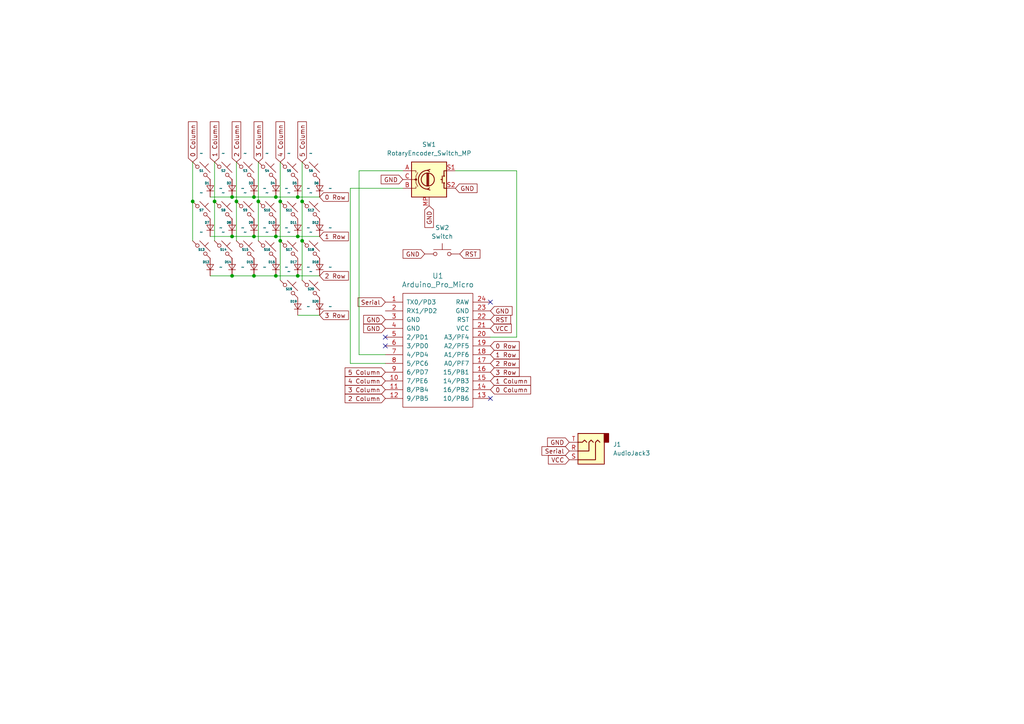
<source format=kicad_sch>
(kicad_sch (version 20250114) (generator "eeschema") (generator_version "9.0")
  (paper "A4")
  (lib_symbols
    (symbol "Connector_Audio:AudioJack3"
      (property "Reference" "J" (at 0 8.89 0))
      (property "Value" "AudioJack3" (at 0 6.35 0))
      (symbol "AudioJack3_0_1"
        (rectangle (start -5.08 -5.08) (end -6.35 -2.54) (stroke (width 0.254)) (fill (type outline)))
        (polyline (pts (xy -1.905 -2.54) (xy -1.27 -3.175) (xy -0.635 -2.54) (xy -0.635 0) (xy 2.54 0)) (stroke (width 0.254)))
        (polyline (pts (xy 0 -2.54) (xy 0.635 -3.175) (xy 1.27 -2.54) (xy 2.54 -2.54)) (stroke (width 0.254)))
        (rectangle (start 2.54 3.81) (end -5.08 -5.08) (stroke (width 0.254)) (fill (type background)))
        (polyline (pts (xy 2.54 2.54) (xy -2.54 2.54) (xy -2.54 -2.54) (xy -3.175 -3.175) (xy -3.81 -2.54)) (stroke (width 0.254)))
      )
      (symbol "AudioJack3_1_1"
        (pin passive line (at 5.08 2.54 180) (length 2.54) (name "~") (number "S"))
        (pin passive line (at 5.08 0 180) (length 2.54) (name "~") (number "R"))
        (pin passive line (at 5.08 -2.54 180) (length 2.54) (name "~") (number "T"))
      )
    )
    (symbol "Device:RotaryEncoder_Switch_MP" (pin_names (offset 0.254) (hide yes))
      (property "Reference" "SW" (at 0 8.89 0))
      (property "Value" "RotaryEncoder_Switch_MP" (at 0 6.35 0))
      (symbol "RotaryEncoder_Switch_MP_0_1"
        (rectangle (start -5.08 5.08) (end 5.08 -5.08) (stroke (width 0.254)) (fill (type background)))
        (polyline (pts (xy -5.08 2.54) (xy -3.81 2.54) (xy -3.81 2.032)))
        (polyline (pts (xy -5.08 0) (xy -3.81 0) (xy -3.81 -1.016) (xy -3.302 -2.032)))
        (polyline (pts (xy -5.08 -2.54) (xy -3.81 -2.54) (xy -3.81 -2.032)))
        (polyline (pts (xy -4.318 0) (xy -3.81 0) (xy -3.81 1.016) (xy -3.302 2.032)))
        (circle (center -3.81 0) (radius 0.254) (fill (type outline)))
        (polyline (pts (xy -0.635 -1.778) (xy -0.635 1.778)) (stroke (width 0.254)))
        (circle (center -0.381 0) (radius 1.905) (stroke (width 0.254)))
        (polyline (pts (xy -0.381 -1.778) (xy -0.381 1.778)) (stroke (width 0.254)))
        (arc (start -0.381 -2.794) (mid -3.0988 -0.0635) (end -0.381 2.667) (stroke (width 0.254)))
        (polyline (pts (xy -0.127 1.778) (xy -0.127 -1.778)) (stroke (width 0.254)))
        (polyline (pts (xy 0.254 2.921) (xy -0.508 2.667) (xy 0.127 2.286)) (stroke (width 0.254)))
        (polyline (pts (xy 0.254 -3.048) (xy -0.508 -2.794) (xy 0.127 -2.413)) (stroke (width 0.254)))
        (polyline (pts (xy 3.81 1.016) (xy 3.81 -1.016)) (stroke (width 0.254)))
        (polyline (pts (xy 3.81 0) (xy 3.429 0)) (stroke (width 0.254)))
        (circle (center 4.318 1.016) (radius 0.127) (stroke (width 0.254)))
        (circle (center 4.318 -1.016) (radius 0.127) (stroke (width 0.254)))
        (polyline (pts (xy 5.08 2.54) (xy 4.318 2.54) (xy 4.318 1.016)) (stroke (width 0.254)))
        (polyline (pts (xy 5.08 -2.54) (xy 4.318 -2.54) (xy 4.318 -1.016)) (stroke (width 0.254)))
      )
      (symbol "RotaryEncoder_Switch_MP_1_1"
        (pin passive line (at -7.62 2.54 0) (length 2.54) (name "A") (number "A"))
        (pin passive line (at -7.62 0 0) (length 2.54) (name "C") (number "C"))
        (pin passive line (at -7.62 -2.54 0) (length 2.54) (name "B") (number "B"))
        (pin passive line (at 0 -7.62 90) (length 2.54) (name "MP") (number "MP"))
        (pin passive line (at 7.62 2.54 180) (length 2.54) (name "S1") (number "S1"))
        (pin passive line (at 7.62 -2.54 180) (length 2.54) (name "S2") (number "S2"))
      )
    )
    (symbol "ScottoKeebs:MCU_Arduino_Pro_Micro" (pin_names (offset 1.016))
      (property "Reference" "U" (at 0 0 0))
      (property "Value" "Arduino_Pro_Micro" (at 0 -19.05 0))
      (symbol "MCU_Arduino_Pro_Micro_0_1"
        (rectangle (start -10.16 16.51) (end 10.16 -16.51))
      )
      (symbol "MCU_Arduino_Pro_Micro_1_1"
        (pin input line (at -15.24 13.97 0) (length 5.08) (name "TX0/PD3") (number "1"))
        (pin input line (at -15.24 11.43 0) (length 5.08) (name "RX1/PD2") (number "2"))
        (pin input line (at -15.24 8.89 0) (length 5.08) (name "GND") (number "3"))
        (pin input line (at -15.24 6.35 0) (length 5.08) (name "GND") (number "4"))
        (pin input line (at -15.24 3.81 0) (length 5.08) (name "2/PD1") (number "5"))
        (pin input line (at -15.24 1.27 0) (length 5.08) (name "3/PD0") (number "6"))
        (pin input line (at -15.24 -1.27 0) (length 5.08) (name "4/PD4") (number "7"))
        (pin input line (at -15.24 -3.81 0) (length 5.08) (name "5/PC6") (number "8"))
        (pin input line (at -15.24 -6.35 0) (length 5.08) (name "6/PD7") (number "9"))
        (pin input line (at -15.24 -8.89 0) (length 5.08) (name "7/PE6") (number "10"))
        (pin input line (at -15.24 -11.43 0) (length 5.08) (name "8/PB4") (number "11"))
        (pin input line (at -15.24 -13.97 0) (length 5.08) (name "9/PB5") (number "12"))
        (pin input line (at 15.24 13.97 180) (length 5.08) (name "RAW") (number "24"))
        (pin input line (at 15.24 11.43 180) (length 5.08) (name "GND") (number "23"))
        (pin input line (at 15.24 8.89 180) (length 5.08) (name "RST") (number "22"))
        (pin input line (at 15.24 6.35 180) (length 5.08) (name "VCC") (number "21"))
        (pin input line (at 15.24 3.81 180) (length 5.08) (name "A3/PF4") (number "20"))
        (pin input line (at 15.24 1.27 180) (length 5.08) (name "A2/PF5") (number "19"))
        (pin input line (at 15.24 -1.27 180) (length 5.08) (name "A1/PF6") (number "18"))
        (pin input line (at 15.24 -3.81 180) (length 5.08) (name "A0/PF7") (number "17"))
        (pin input line (at 15.24 -6.35 180) (length 5.08) (name "15/PB1") (number "16"))
        (pin input line (at 15.24 -8.89 180) (length 5.08) (name "14/PB3") (number "15"))
        (pin input line (at 15.24 -11.43 180) (length 5.08) (name "16/PB2") (number "14"))
        (pin input line (at 15.24 -13.97 180) (length 5.08) (name "10/PB6") (number "13"))
      )
    )
    (symbol "ScottoKeebs:Placeholder_Diode" (pin_numbers (hide yes)) (pin_names (hide yes))
      (property "Reference" "D" (at -0.15 1.066 0))
      (symbol "Placeholder_Diode_0_1"
        (polyline (pts (xy 0 -0.762) (xy 0 0.762)))
      )
      (symbol "Placeholder_Diode_1_1"
        (polyline (pts (xy 1.016 0.762) (xy 0 -0.762) (xy -1.016 0.762) (xy 1.016 0.762)) (stroke (width 0.1524)))
        (polyline (pts (xy 1.016 -0.762) (xy -1.016 -0.762)) (stroke (width 0.1524)))
        (pin passive line (at 0 2.54 270) (length 1.778) (name "A") (number "2"))
        (pin passive line (at 0 -2.54 90) (length 1.778) (name "K") (number "1"))
      )
    )
    (symbol "ScottoKeebs:Placeholder_Keyswitch" (pin_numbers (hide yes)) (pin_names (offset 1.016) (hide yes))
      (property "Reference" "S" (at 0 0 0))
      (symbol "Placeholder_Keyswitch_0_1"
        (polyline (pts (xy -2.54 2.54) (xy -1.524 1.524) (xy -1.524 1.524)))
        (circle (center -1.1684 1.1684) (radius 0.508))
        (polyline (pts (xy -0.508 2.54) (xy 2.54 -0.508)))
        (polyline (pts (xy 1.016 1.016) (xy 2.032 2.032)))
        (circle (center 1.143 -1.1938) (radius 0.508))
        (polyline (pts (xy 1.524 -1.524) (xy 2.54 -2.54) (xy 2.54 -2.54) (xy 2.54 -2.54)))
        (pin passive line (at -2.54 2.54 0) (length 0) (name "1") (number "1"))
        (pin passive line (at 2.54 -2.54 180) (length 0) (name "2") (number "2"))
      )
    )
    (symbol "ScottoKeebs:Placeholder_Switch" (pin_numbers (hide yes)) (pin_names (offset 1.016) (hide yes))
      (property "Reference" "SW" (at 1.27 2.54 0))
      (property "Value" "Switch" (at 0 -1.524 0))
      (symbol "Placeholder_Switch_0_1"
        (circle (center -2.032 0) (radius 0.508))
        (polyline (pts (xy 0 1.27) (xy 0 3.048)))
        (circle (center 2.032 0) (radius 0.508))
        (polyline (pts (xy 2.54 1.27) (xy -2.54 1.27)))
        (pin passive line (at -5.08 0 0) (length 2.54) (name "1") (number "1"))
        (pin passive line (at 5.08 0 180) (length 2.54) (name "2") (number "2"))
      )
    )
  )
  (junction (at 87.63 58.42))
  (junction (at 67.31 68.58))
  (junction (at 81.28 69.85))
  (junction (at 68.58 58.42))
  (junction (at 80.01 68.58))
  (junction (at 86.36 68.58))
  (junction (at 73.66 57.15))
  (junction (at 55.88 58.42))
  (junction (at 74.93 58.42))
  (junction (at 67.31 57.15))
  (junction (at 67.31 80.01))
  (junction (at 73.66 80.01))
  (junction (at 80.01 57.15))
  (junction (at 73.66 68.58))
  (junction (at 87.63 69.85))
  (junction (at 80.01 80.01))
  (junction (at 86.36 57.15))
  (junction (at 81.28 58.42))
  (junction (at 62.23 58.42))
  (junction (at 86.36 80.01))
  (no_connect (at 111.76 100.33))
  (no_connect (at 142.24 87.63))
  (no_connect (at 111.76 97.79))
  (no_connect (at 142.24 115.57))
  (wire (pts (xy 60.96 68.58) (xy 67.31 68.58)))
  (wire (pts (xy 62.23 58.42) (xy 62.23 69.85)))
  (wire (pts (xy 87.63 46.99) (xy 87.63 58.42)))
  (wire (pts (xy 80.01 68.58) (xy 86.36 68.58)))
  (wire (pts (xy 81.28 69.85) (xy 81.28 81.28)))
  (wire (pts (xy 62.23 46.99) (xy 62.23 58.42)))
  (wire (pts (xy 73.66 80.01) (xy 80.01 80.01)))
  (wire (pts (xy 101.6 105.41) (xy 111.76 105.41)))
  (wire (pts (xy 86.36 80.01) (xy 92.71 80.01)))
  (wire (pts (xy 74.93 46.99) (xy 74.93 58.42)))
  (wire (pts (xy 87.63 69.85) (xy 87.63 81.28)))
  (wire (pts (xy 86.36 68.58) (xy 92.71 68.58)))
  (wire (pts (xy 80.01 57.15) (xy 86.36 57.15)))
  (wire (pts (xy 60.96 57.15) (xy 67.31 57.15)))
  (wire (pts (xy 132.08 49.53) (xy 149.86 49.53)))
  (wire (pts (xy 104.14 102.87) (xy 111.76 102.87)))
  (wire (pts (xy 86.36 91.44) (xy 92.71 91.44)))
  (wire (pts (xy 81.28 46.99) (xy 81.28 58.42)))
  (wire (pts (xy 68.58 58.42) (xy 68.58 69.85)))
  (wire (pts (xy 73.66 68.58) (xy 80.01 68.58)))
  (wire (pts (xy 67.31 57.15) (xy 73.66 57.15)))
  (wire (pts (xy 74.93 58.42) (xy 74.93 69.85)))
  (wire (pts (xy 55.88 58.42) (xy 55.88 69.85)))
  (wire (pts (xy 101.6 54.61) (xy 101.6 105.41)))
  (wire (pts (xy 86.36 57.15) (xy 92.71 57.15)))
  (wire (pts (xy 67.31 68.58) (xy 73.66 68.58)))
  (wire (pts (xy 87.63 58.42) (xy 87.63 69.85)))
  (wire (pts (xy 55.88 46.99) (xy 55.88 58.42)))
  (wire (pts (xy 116.84 49.53) (xy 104.14 49.53)))
  (wire (pts (xy 73.66 57.15) (xy 80.01 57.15)))
  (wire (pts (xy 149.86 49.53) (xy 149.86 97.79)))
  (wire (pts (xy 104.14 49.53) (xy 104.14 102.87)))
  (wire (pts (xy 67.31 80.01) (xy 73.66 80.01)))
  (wire (pts (xy 68.58 46.99) (xy 68.58 58.42)))
  (wire (pts (xy 60.96 80.01) (xy 67.31 80.01)))
  (wire (pts (xy 116.84 54.61) (xy 101.6 54.61)))
  (wire (pts (xy 80.01 80.01) (xy 86.36 80.01)))
  (wire (pts (xy 81.28 58.42) (xy 81.28 69.85)))
  (wire (pts (xy 149.86 97.79) (xy 142.24 97.79)))
  (global_label "VCC" (shape input) (at 142.24 95.25 0) (property "Intersheetrefs" "${INTERSHEET_REFS}" (effects (hide yes))))
  (global_label "0 Row" (shape input) (at 92.71 57.15 0) (property "Intersheetrefs" "${INTERSHEET_REFS}" (effects (hide yes))))
  (global_label "GND" (shape input) (at 124.46 59.69 270) (property "Intersheetrefs" "${INTERSHEET_REFS}" (effects (hide yes))))
  (global_label "0 Column" (shape input) (at 55.88 46.99 90) (property "Intersheetrefs" "${INTERSHEET_REFS}" (effects (hide yes))))
  (global_label "GND" (shape input) (at 111.76 95.25 180) (property "Intersheetrefs" "${INTERSHEET_REFS}" (effects (hide yes))))
  (global_label "1 Column" (shape input) (at 62.23 46.99 90) (property "Intersheetrefs" "${INTERSHEET_REFS}" (effects (hide yes))))
  (global_label "3 Column" (shape input) (at 74.93 46.99 90) (property "Intersheetrefs" "${INTERSHEET_REFS}" (effects (hide yes))))
  (global_label "VCC" (shape input) (at 165.1 133.35 180) (property "Intersheetrefs" "${INTERSHEET_REFS}" (effects (hide yes))))
  (global_label "GND" (shape input) (at 132.08 54.61 0) (property "Intersheetrefs" "${INTERSHEET_REFS}" (effects (hide yes))))
  (global_label "5 Column" (shape input) (at 87.63 46.99 90) (property "Intersheetrefs" "${INTERSHEET_REFS}" (effects (hide yes))))
  (global_label "RST" (shape input) (at 142.24 92.71 0) (property "Intersheetrefs" "${INTERSHEET_REFS}" (effects (hide yes))))
  (global_label "0 Column" (shape input) (at 142.24 113.03 0) (property "Intersheetrefs" "${INTERSHEET_REFS}" (effects (hide yes))))
  (global_label "2 Column" (shape input) (at 68.58 46.99 90) (property "Intersheetrefs" "${INTERSHEET_REFS}" (effects (hide yes))))
  (global_label "1 Row" (shape input) (at 142.24 102.87 0) (property "Intersheetrefs" "${INTERSHEET_REFS}" (effects (hide yes))))
  (global_label "1 Row" (shape input) (at 92.71 68.58 0) (property "Intersheetrefs" "${INTERSHEET_REFS}" (effects (hide yes))))
  (global_label "3 Column" (shape input) (at 111.76 113.03 180) (property "Intersheetrefs" "${INTERSHEET_REFS}" (effects (hide yes))))
  (global_label "Serial" (shape input) (at 111.76 87.63 180) (property "Intersheetrefs" "${INTERSHEET_REFS}" (effects (hide yes))))
  (global_label "GND" (shape input) (at 165.1 128.27 180) (property "Intersheetrefs" "${INTERSHEET_REFS}" (effects (hide yes))))
  (global_label "4 Column" (shape input) (at 111.76 110.49 180) (property "Intersheetrefs" "${INTERSHEET_REFS}" (effects (hide yes))))
  (global_label "GND" (shape input) (at 116.84 52.07 180) (property "Intersheetrefs" "${INTERSHEET_REFS}" (effects (hide yes))))
  (global_label "RST" (shape input) (at 133.35 73.66 0) (property "Intersheetrefs" "${INTERSHEET_REFS}" (effects (hide yes))))
  (global_label "1 Column" (shape input) (at 142.24 110.49 0) (property "Intersheetrefs" "${INTERSHEET_REFS}" (effects (hide yes))))
  (global_label "2 Row" (shape input) (at 92.71 80.01 0) (property "Intersheetrefs" "${INTERSHEET_REFS}" (effects (hide yes))))
  (global_label "0 Row" (shape input) (at 142.24 100.33 0) (property "Intersheetrefs" "${INTERSHEET_REFS}" (effects (hide yes))))
  (global_label "4 Column" (shape input) (at 81.28 46.99 90) (property "Intersheetrefs" "${INTERSHEET_REFS}" (effects (hide yes))))
  (global_label "3 Row" (shape input) (at 92.71 91.44 0) (property "Intersheetrefs" "${INTERSHEET_REFS}" (effects (hide yes))))
  (global_label "GND" (shape input) (at 142.24 90.17 0) (property "Intersheetrefs" "${INTERSHEET_REFS}" (effects (hide yes))))
  (global_label "Serial" (shape input) (at 165.1 130.81 180) (property "Intersheetrefs" "${INTERSHEET_REFS}" (effects (hide yes))))
  (global_label "2 Column" (shape input) (at 111.76 115.57 180) (property "Intersheetrefs" "${INTERSHEET_REFS}" (effects (hide yes))))
  (global_label "5 Column" (shape input) (at 111.76 107.95 180) (property "Intersheetrefs" "${INTERSHEET_REFS}" (effects (hide yes))))
  (global_label "GND" (shape input) (at 111.76 92.71 180) (property "Intersheetrefs" "${INTERSHEET_REFS}" (effects (hide yes))))
  (global_label "GND" (shape input) (at 123.19 73.66 180) (property "Intersheetrefs" "${INTERSHEET_REFS}" (effects (hide yes))))
  (global_label "3 Row" (shape input) (at 142.24 107.95 0) (property "Intersheetrefs" "${INTERSHEET_REFS}" (effects (hide yes))))
  (global_label "2 Row" (shape input) (at 142.24 105.41 0) (property "Intersheetrefs" "${INTERSHEET_REFS}" (effects (hide yes))))
  (symbol (lib_id "ScottoKeebs:Placeholder_Keyswitch") (at 77.47 60.96 0) (unit 1)
    (property "Reference" "S10" (at 77.47 60.96 0) (effects (font (size 0.635 0.635) (thickness 0.127) (bold yes))))
    (property "Value" "~" (at 77.47 55.88 0))
    (property "Footprint" "ScottoKeebs_Hotswap:Hotswap_Choc_V1" (effects (hide yes)))
  )
  (symbol (lib_id "Device:RotaryEncoder_Switch_MP") (at 124.46 52.07 0) (unit 1)
    (property "Reference" "SW1" (at 124.46 41.91 0))
    (property "Value" "RotaryEncoder_Switch_MP" (at 124.46 44.45 0))
    (property "Footprint" "Rotary_Encoder:RotaryEncoder_Alps_EC11E-Switch_Vertical_H20mm" (effects (hide yes)))
    (property "Description" "Rotary encoder, dual channel, incremental quadrate outputs, with switch and MP Pin" (effects (hide yes)))
  )
  (symbol (lib_id "ScottoKeebs:Placeholder_Diode") (at 67.31 66.04 0) (unit 1)
    (property "Reference" "D8" (at 67.16 64.974 0) (effects (font (size 0.635 0.635) (thickness 0.127) (bold yes)) (justify right bottom)))
    (property "Value" "~" (at 69.85 66.0399 0) (effects (justify left)))
    (property "Footprint" "Diode_SMD:D_SOD-123" (effects (hide yes)))
  )
  (symbol (lib_id "ScottoKeebs:Placeholder_Diode") (at 80.01 77.47 0) (unit 1)
    (property "Reference" "D16" (at 79.86 76.404 0) (effects (font (size 0.635 0.635) (thickness 0.127) (bold yes)) (justify right bottom)))
    (property "Value" "~" (at 82.55 77.4699 0) (effects (justify left)))
    (property "Footprint" "Diode_SMD:D_SOD-123" (effects (hide yes)))
  )
  (symbol (lib_id "ScottoKeebs:Placeholder_Diode") (at 73.66 66.04 0) (unit 1)
    (property "Reference" "D9" (at 73.51 64.974 0) (effects (font (size 0.635 0.635) (thickness 0.127) (bold yes)) (justify right bottom)))
    (property "Value" "~" (at 76.2 66.0399 0) (effects (justify left)))
    (property "Footprint" "Diode_SMD:D_SOD-123" (effects (hide yes)))
  )
  (symbol (lib_id "ScottoKeebs:Placeholder_Diode") (at 73.66 54.61 0) (unit 1)
    (property "Reference" "D3" (at 73.51 53.544 0) (effects (font (size 0.635 0.635) (thickness 0.127) (bold yes)) (justify right bottom)))
    (property "Value" "~" (at 76.2 54.6099 0) (effects (justify left)))
    (property "Footprint" "Diode_SMD:D_SOD-123" (effects (hide yes)))
  )
  (symbol (lib_id "ScottoKeebs:Placeholder_Keyswitch") (at 90.17 72.39 0) (unit 1)
    (property "Reference" "S18" (at 90.17 72.39 0) (effects (font (size 0.635 0.635) (thickness 0.127) (bold yes))))
    (property "Value" "~" (at 90.17 67.31 0))
    (property "Footprint" "ScottoKeebs_Hotswap:Hotswap_Choc_V1" (effects (hide yes)))
  )
  (symbol (lib_id "ScottoKeebs:Placeholder_Diode") (at 80.01 54.61 0) (unit 1)
    (property "Reference" "D4" (at 79.86 53.544 0) (effects (font (size 0.635 0.635) (thickness 0.127) (bold yes)) (justify right bottom)))
    (property "Value" "~" (at 82.55 54.6099 0) (effects (justify left)))
    (property "Footprint" "Diode_SMD:D_SOD-123" (effects (hide yes)))
  )
  (symbol (lib_id "ScottoKeebs:Placeholder_Diode") (at 92.71 54.61 0) (unit 1)
    (property "Reference" "D6" (at 92.56 53.544 0) (effects (font (size 0.635 0.635) (thickness 0.127) (bold yes)) (justify right bottom)))
    (property "Value" "~" (at 95.25 54.6099 0) (effects (justify left)))
    (property "Footprint" "Diode_SMD:D_SOD-123" (effects (hide yes)))
  )
  (symbol (lib_id "ScottoKeebs:Placeholder_Keyswitch") (at 58.42 49.53 0) (unit 1)
    (property "Reference" "S1" (at 58.42 49.53 0) (effects (font (size 0.635 0.635) (thickness 0.127) (bold yes))))
    (property "Value" "~" (at 58.42 44.45 0))
    (property "Footprint" "ScottoKeebs_Hotswap:Hotswap_Choc_V1" (effects (hide yes)))
  )
  (symbol (lib_id "ScottoKeebs:Placeholder_Keyswitch") (at 90.17 60.96 0) (unit 1)
    (property "Reference" "S12" (at 90.17 60.96 0) (effects (font (size 0.635 0.635) (thickness 0.127) (bold yes))))
    (property "Value" "~" (at 90.17 55.88 0))
    (property "Footprint" "ScottoKeebs_Hotswap:Hotswap_Choc_V1" (effects (hide yes)))
  )
  (symbol (lib_id "ScottoKeebs:Placeholder_Keyswitch") (at 64.77 60.96 0) (unit 1)
    (property "Reference" "S8" (at 64.77 60.96 0) (effects (font (size 0.635 0.635) (thickness 0.127) (bold yes))))
    (property "Value" "~" (at 64.77 55.88 0))
    (property "Footprint" "ScottoKeebs_Hotswap:Hotswap_Choc_V1" (effects (hide yes)))
  )
  (symbol (lib_id "ScottoKeebs:Placeholder_Diode") (at 60.96 66.04 0) (unit 1)
    (property "Reference" "D7" (at 60.81 64.974 0) (effects (font (size 0.635 0.635) (thickness 0.127) (bold yes)) (justify right bottom)))
    (property "Value" "~" (at 63.5 66.0399 0) (effects (justify left)))
    (property "Footprint" "Diode_SMD:D_SOD-123" (effects (hide yes)))
  )
  (symbol (lib_id "ScottoKeebs:Placeholder_Diode") (at 86.36 66.04 0) (unit 1)
    (property "Reference" "D11" (at 86.21 64.974 0) (effects (font (size 0.635 0.635) (thickness 0.127) (bold yes)) (justify right bottom)))
    (property "Value" "~" (at 88.9 66.0399 0) (effects (justify left)))
    (property "Footprint" "Diode_SMD:D_SOD-123" (effects (hide yes)))
  )
  (symbol (lib_id "ScottoKeebs:MCU_Arduino_Pro_Micro") (at 127 101.6 0) (unit 1)
    (property "Reference" "U1" (at 127 80.01 0) (effects (font (size 1.524 1.524))))
    (property "Value" "Arduino_Pro_Micro" (at 127 82.55 0) (effects (font (size 1.524 1.524))))
    (property "Footprint" "Arduino:Sparkfun_Pro_Micro" (effects (hide yes)))
  )
  (symbol (lib_id "ScottoKeebs:Placeholder_Switch") (at 128.27 73.66 0) (unit 1)
    (property "Reference" "SW2" (at 128.27 66.04 0))
    (property "Value" "Switch" (at 128.27 68.58 0))
    (property "Footprint" "ScottoKeebs_Components:Button_MJTP1243" (effects (hide yes)))
    (property "Description" "Push button switch, generic, two pins" (effects (hide yes)))
  )
  (symbol (lib_id "ScottoKeebs:Placeholder_Diode") (at 92.71 77.47 0) (unit 1)
    (property "Reference" "D18" (at 92.56 76.404 0) (effects (font (size 0.635 0.635) (thickness 0.127) (bold yes)) (justify right bottom)))
    (property "Value" "~" (at 95.25 77.4699 0) (effects (justify left)))
    (property "Footprint" "Diode_SMD:D_SOD-123" (effects (hide yes)))
  )
  (symbol (lib_id "ScottoKeebs:Placeholder_Keyswitch") (at 64.77 72.39 0) (unit 1)
    (property "Reference" "S14" (at 64.77 72.39 0) (effects (font (size 0.635 0.635) (thickness 0.127) (bold yes))))
    (property "Value" "~" (at 64.77 67.31 0))
    (property "Footprint" "ScottoKeebs_Hotswap:Hotswap_Choc_V1" (effects (hide yes)))
  )
  (symbol (lib_id "ScottoKeebs:Placeholder_Keyswitch") (at 77.47 72.39 0) (unit 1)
    (property "Reference" "S16" (at 77.47 72.39 0) (effects (font (size 0.635 0.635) (thickness 0.127) (bold yes))))
    (property "Value" "~" (at 77.47 67.31 0))
    (property "Footprint" "ScottoKeebs_Hotswap:Hotswap_Choc_V1" (effects (hide yes)))
  )
  (symbol (lib_id "ScottoKeebs:Placeholder_Diode") (at 86.36 54.61 0) (unit 1)
    (property "Reference" "D5" (at 86.21 53.544 0) (effects (font (size 0.635 0.635) (thickness 0.127) (bold yes)) (justify right bottom)))
    (property "Value" "~" (at 88.9 54.6099 0) (effects (justify left)))
    (property "Footprint" "Diode_SMD:D_SOD-123" (effects (hide yes)))
  )
  (symbol (lib_id "ScottoKeebs:Placeholder_Keyswitch") (at 83.82 72.39 0) (unit 1)
    (property "Reference" "S17" (at 83.82 72.39 0) (effects (font (size 0.635 0.635) (thickness 0.127) (bold yes))))
    (property "Value" "~" (at 83.82 67.31 0))
    (property "Footprint" "ScottoKeebs_Hotswap:Hotswap_Choc_V1" (effects (hide yes)))
  )
  (symbol (lib_id "ScottoKeebs:Placeholder_Keyswitch") (at 71.12 49.53 0) (unit 1)
    (property "Reference" "S3" (at 71.12 49.53 0) (effects (font (size 0.635 0.635) (thickness 0.127) (bold yes))))
    (property "Value" "~" (at 71.12 44.45 0))
    (property "Footprint" "ScottoKeebs_Hotswap:Hotswap_Choc_V1" (effects (hide yes)))
  )
  (symbol (lib_id "ScottoKeebs:Placeholder_Diode") (at 60.96 54.61 0) (unit 1)
    (property "Reference" "D1" (at 60.81 53.544 0) (effects (font (size 0.635 0.635) (thickness 0.127) (bold yes)) (justify right bottom)))
    (property "Value" "~" (at 63.5 54.6099 0) (effects (justify left)))
    (property "Footprint" "Diode_SMD:D_SOD-123" (effects (hide yes)))
  )
  (symbol (lib_id "ScottoKeebs:Placeholder_Keyswitch") (at 71.12 60.96 0) (unit 1)
    (property "Reference" "S9" (at 71.12 60.96 0) (effects (font (size 0.635 0.635) (thickness 0.127) (bold yes))))
    (property "Value" "~" (at 71.12 55.88 0))
    (property "Footprint" "ScottoKeebs_Hotswap:Hotswap_Choc_V1" (effects (hide yes)))
  )
  (symbol (lib_id "ScottoKeebs:Placeholder_Keyswitch") (at 90.17 83.82 0) (unit 1)
    (property "Reference" "S20" (at 90.17 83.82 0) (effects (font (size 0.635 0.635) (thickness 0.127) (bold yes))))
    (property "Value" "~" (at 90.17 78.74 0))
    (property "Footprint" "ScottoKeebs_Hotswap:Hotswap_Choc_V1" (effects (hide yes)))
  )
  (symbol (lib_id "ScottoKeebs:Placeholder_Diode") (at 60.96 77.47 0) (unit 1)
    (property "Reference" "D13" (at 60.81 76.404 0) (effects (font (size 0.635 0.635) (thickness 0.127) (bold yes)) (justify right bottom)))
    (property "Value" "~" (at 63.5 77.4699 0) (effects (justify left)))
    (property "Footprint" "Diode_SMD:D_SOD-123" (effects (hide yes)))
  )
  (symbol (lib_id "ScottoKeebs:Placeholder_Diode") (at 80.01 66.04 0) (unit 1)
    (property "Reference" "D10" (at 79.86 64.974 0) (effects (font (size 0.635 0.635) (thickness 0.127) (bold yes)) (justify right bottom)))
    (property "Value" "~" (at 82.55 66.0399 0) (effects (justify left)))
    (property "Footprint" "Diode_SMD:D_SOD-123" (effects (hide yes)))
  )
  (symbol (lib_id "ScottoKeebs:Placeholder_Keyswitch") (at 77.47 49.53 0) (unit 1)
    (property "Reference" "S4" (at 77.47 49.53 0) (effects (font (size 0.635 0.635) (thickness 0.127) (bold yes))))
    (property "Value" "~" (at 77.47 44.45 0))
    (property "Footprint" "ScottoKeebs_Hotswap:Hotswap_Choc_V1" (effects (hide yes)))
  )
  (symbol (lib_id "ScottoKeebs:Placeholder_Keyswitch") (at 83.82 83.82 0) (unit 1)
    (property "Reference" "S19" (at 83.82 83.82 0) (effects (font (size 0.635 0.635) (thickness 0.127) (bold yes))))
    (property "Value" "~" (at 83.82 78.74 0))
    (property "Footprint" "ScottoKeebs_Hotswap:Hotswap_Choc_V1" (effects (hide yes)))
  )
  (symbol (lib_id "ScottoKeebs:Placeholder_Keyswitch") (at 64.77 49.53 0) (unit 1)
    (property "Reference" "S2" (at 64.77 49.53 0) (effects (font (size 0.635 0.635) (thickness 0.127) (bold yes))))
    (property "Value" "~" (at 64.77 44.45 0))
    (property "Footprint" "ScottoKeebs_Hotswap:Hotswap_Choc_V1" (effects (hide yes)))
  )
  (symbol (lib_id "ScottoKeebs:Placeholder_Diode") (at 67.31 54.61 0) (unit 1)
    (property "Reference" "D2" (at 67.16 53.544 0) (effects (font (size 0.635 0.635) (thickness 0.127) (bold yes)) (justify right bottom)))
    (property "Value" "~" (at 69.85 54.6099 0) (effects (justify left)))
    (property "Footprint" "Diode_SMD:D_SOD-123" (effects (hide yes)))
  )
  (symbol (lib_id "ScottoKeebs:Placeholder_Diode") (at 92.71 66.04 0) (unit 1)
    (property "Reference" "D12" (at 92.56 64.974 0) (effects (font (size 0.635 0.635) (thickness 0.127) (bold yes)) (justify right bottom)))
    (property "Value" "~" (at 95.25 66.0399 0) (effects (justify left)))
    (property "Footprint" "Diode_SMD:D_SOD-123" (effects (hide yes)))
  )
  (symbol (lib_id "ScottoKeebs:Placeholder_Keyswitch") (at 90.17 49.53 0) (unit 1)
    (property "Reference" "S6" (at 90.17 49.53 0) (effects (font (size 0.635 0.635) (thickness 0.127) (bold yes))))
    (property "Value" "~" (at 90.17 44.45 0))
    (property "Footprint" "ScottoKeebs_Hotswap:Hotswap_Choc_V1" (effects (hide yes)))
  )
  (symbol (lib_id "ScottoKeebs:Placeholder_Diode") (at 73.66 77.47 0) (unit 1)
    (property "Reference" "D15" (at 73.51 76.404 0) (effects (font (size 0.635 0.635) (thickness 0.127) (bold yes)) (justify right bottom)))
    (property "Value" "~" (at 76.2 77.4699 0) (effects (justify left)))
    (property "Footprint" "Diode_SMD:D_SOD-123" (effects (hide yes)))
  )
  (symbol (lib_id "ScottoKeebs:Placeholder_Diode") (at 86.36 77.47 0) (unit 1)
    (property "Reference" "D17" (at 86.21 76.404 0) (effects (font (size 0.635 0.635) (thickness 0.127) (bold yes)) (justify right bottom)))
    (property "Value" "~" (at 88.9 77.4699 0) (effects (justify left)))
    (property "Footprint" "Diode_SMD:D_SOD-123" (effects (hide yes)))
  )
  (symbol (lib_id "ScottoKeebs:Placeholder_Keyswitch") (at 83.82 49.53 0) (unit 1)
    (property "Reference" "S5" (at 83.82 49.53 0) (effects (font (size 0.635 0.635) (thickness 0.127) (bold yes))))
    (property "Value" "~" (at 83.82 44.45 0))
    (property "Footprint" "ScottoKeebs_Hotswap:Hotswap_Choc_V1" (effects (hide yes)))
  )
  (symbol (lib_id "ScottoKeebs:Placeholder_Diode") (at 67.31 77.47 0) (unit 1)
    (property "Reference" "D14" (at 67.16 76.404 0) (effects (font (size 0.635 0.635) (thickness 0.127) (bold yes)) (justify right bottom)))
    (property "Value" "~" (at 69.85 77.4699 0) (effects (justify left)))
    (property "Footprint" "Diode_SMD:D_SOD-123" (effects (hide yes)))
  )
  (symbol (lib_id "Connector_Audio:AudioJack3") (at 170.18 130.81 180) (unit 1)
    (property "Reference" "J1" (at 177.8 128.9049 0) (effects (justify right)))
    (property "Value" "AudioJack3" (at 177.8 131.4449 0) (effects (justify right)))
    (property "Footprint" "Connector_Audio:Jack_3.5mm_CUI_SJ1-3533NG_Horizontal_CircularHoles" (effects (hide yes)))
    (property "Description" "Audio Jack, 3 Poles (Stereo / TRS)" (effects (hide yes)))
  )
  (symbol (lib_id "ScottoKeebs:Placeholder_Keyswitch") (at 58.42 72.39 0) (unit 1)
    (property "Reference" "S13" (at 58.42 72.39 0) (effects (font (size 0.635 0.635) (thickness 0.127) (bold yes))))
    (property "Value" "~" (at 58.42 67.31 0))
    (property "Footprint" "ScottoKeebs_Hotswap:Hotswap_Choc_V1" (effects (hide yes)))
  )
  (symbol (lib_id "ScottoKeebs:Placeholder_Diode") (at 86.36 88.9 0) (unit 1)
    (property "Reference" "D19" (at 86.21 87.834 0) (effects (font (size 0.635 0.635) (thickness 0.127) (bold yes)) (justify right bottom)))
    (property "Value" "~" (at 88.9 88.8999 0) (effects (justify left)))
    (property "Footprint" "Diode_SMD:D_SOD-123" (effects (hide yes)))
  )
  (symbol (lib_id "ScottoKeebs:Placeholder_Keyswitch") (at 71.12 72.39 0) (unit 1)
    (property "Reference" "S15" (at 71.12 72.39 0) (effects (font (size 0.635 0.635) (thickness 0.127) (bold yes))))
    (property "Value" "~" (at 71.12 67.31 0))
    (property "Footprint" "ScottoKeebs_Hotswap:Hotswap_Choc_V1" (effects (hide yes)))
  )
  (symbol (lib_id "ScottoKeebs:Placeholder_Diode") (at 92.71 88.9 0) (unit 1)
    (property "Reference" "D20" (at 92.56 87.834 0) (effects (font (size 0.635 0.635) (thickness 0.127) (bold yes)) (justify right bottom)))
    (property "Value" "~" (at 95.25 88.8999 0) (effects (justify left)))
    (property "Footprint" "Diode_SMD:D_SOD-123" (effects (hide yes)))
  )
  (symbol (lib_id "ScottoKeebs:Placeholder_Keyswitch") (at 58.42 60.96 0) (unit 1)
    (property "Reference" "S7" (at 58.42 60.96 0) (effects (font (size 0.635 0.635) (thickness 0.127) (bold yes))))
    (property "Value" "~" (at 58.42 55.88 0))
    (property "Footprint" "ScottoKeebs_Hotswap:Hotswap_Choc_V1" (effects (hide yes)))
  )
  (symbol (lib_id "ScottoKeebs:Placeholder_Keyswitch") (at 83.82 60.96 0) (unit 1)
    (property "Reference" "S11" (at 83.82 60.96 0) (effects (font (size 0.635 0.635) (thickness 0.127) (bold yes))))
    (property "Value" "~" (at 83.82 55.88 0))
    (property "Footprint" "ScottoKeebs_Hotswap:Hotswap_Choc_V1" (effects (hide yes)))
  )
)
</source>
